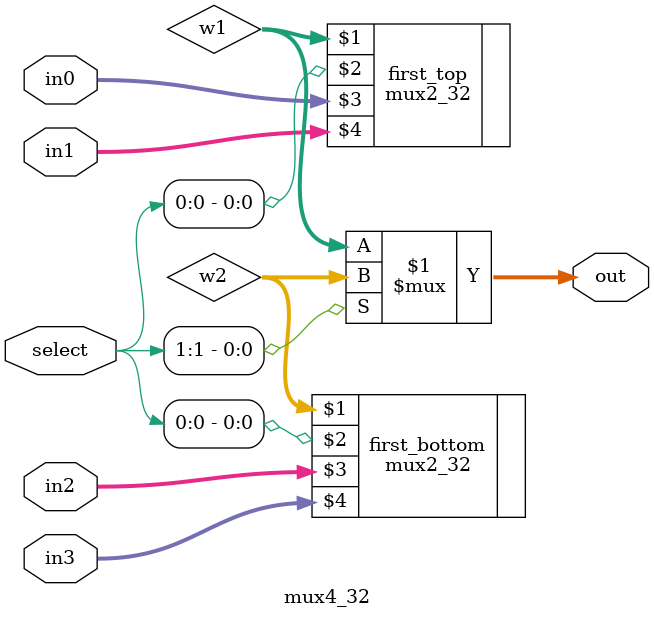
<source format=v>
module mux4_32(out, select, in0, in1, in2, in3);
    input [1:0] select;
    input [31:0] in0, in1, in2, in3;
    output [31:0] out;
    wire [31:0] w1, w2;
    mux2_32 first_top(w1, select[0], in0, in1);
    mux2_32 first_bottom(w2, select[0], in2, in3);
    assign out = select[1] ? w2 : w1;
endmodule


</source>
